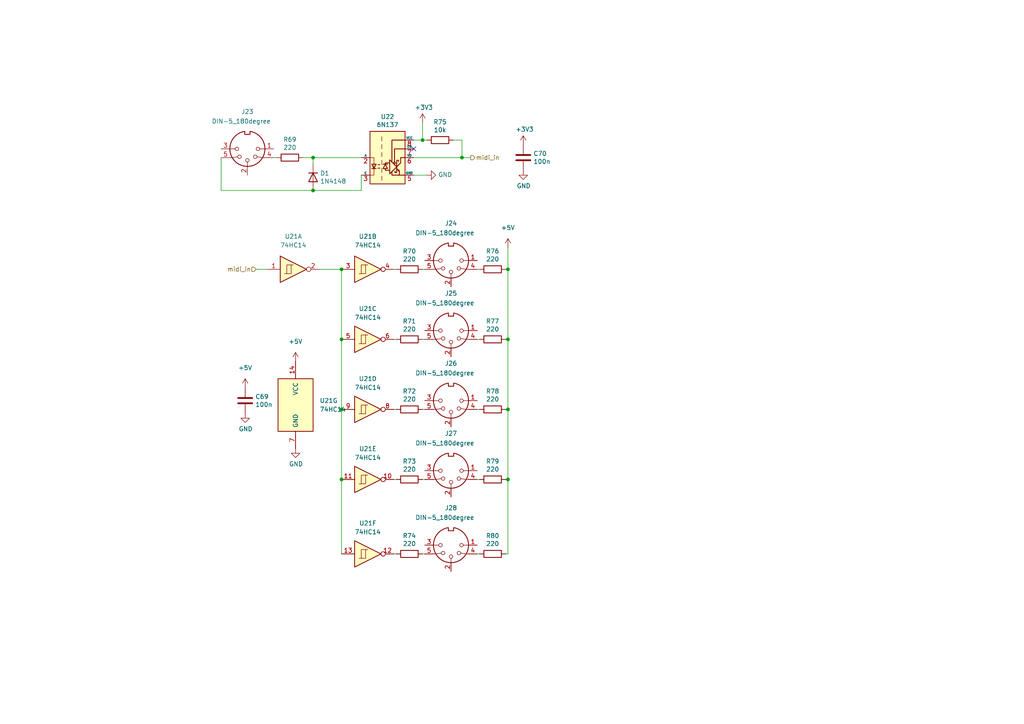
<source format=kicad_sch>
(kicad_sch (version 20211123) (generator eeschema)
  (paper "A4")
  (lib_symbols
    (symbol "74xx:74HC14" (pin_names (offset 1.016))
      (property "Reference" "U" (at 0 1.27 0))
      (property "Value" "74HC14" (at 0 -1.27 0))
      (symbol "74HC14_1_0"
        (polyline (pts (xy -3.81 3.81) (xy -3.81 -3.81) (xy 3.81 0) (xy -3.81 3.81)) (stroke (width 0.254)) (fill (type background)))
        (pin input line (at -7.62 0 0) (length 3.81) (name "~") (number "1"))
        (pin output inverted (at 7.62 0 180) (length 3.81) (name "~") (number "2"))
      )
      (symbol "74HC14_1_1"
        (polyline (pts (xy -1.905 -1.27) (xy -1.905 1.27) (xy -0.635 1.27)))
        (polyline (pts (xy -2.54 -1.27) (xy -0.635 -1.27) (xy -0.635 1.27) (xy 0 1.27)))
      )
      (symbol "74HC14_2_0"
        (polyline (pts (xy -3.81 3.81) (xy -3.81 -3.81) (xy 3.81 0) (xy -3.81 3.81)) (stroke (width 0.254)) (fill (type background)))
        (pin input line (at -7.62 0 0) (length 3.81) (name "~") (number "3"))
        (pin output inverted (at 7.62 0 180) (length 3.81) (name "~") (number "4"))
      )
      (symbol "74HC14_2_1"
        (polyline (pts (xy -1.905 -1.27) (xy -1.905 1.27) (xy -0.635 1.27)))
        (polyline (pts (xy -2.54 -1.27) (xy -0.635 -1.27) (xy -0.635 1.27) (xy 0 1.27)))
      )
      (symbol "74HC14_3_0"
        (polyline (pts (xy -3.81 3.81) (xy -3.81 -3.81) (xy 3.81 0) (xy -3.81 3.81)) (stroke (width 0.254)) (fill (type background)))
        (pin input line (at -7.62 0 0) (length 3.81) (name "~") (number "5"))
        (pin output inverted (at 7.62 0 180) (length 3.81) (name "~") (number "6"))
      )
      (symbol "74HC14_3_1"
        (polyline (pts (xy -1.905 -1.27) (xy -1.905 1.27) (xy -0.635 1.27)))
        (polyline (pts (xy -2.54 -1.27) (xy -0.635 -1.27) (xy -0.635 1.27) (xy 0 1.27)))
      )
      (symbol "74HC14_4_0"
        (polyline (pts (xy -3.81 3.81) (xy -3.81 -3.81) (xy 3.81 0) (xy -3.81 3.81)) (stroke (width 0.254)) (fill (type background)))
        (pin output inverted (at 7.62 0 180) (length 3.81) (name "~") (number "8"))
        (pin input line (at -7.62 0 0) (length 3.81) (name "~") (number "9"))
      )
      (symbol "74HC14_4_1"
        (polyline (pts (xy -1.905 -1.27) (xy -1.905 1.27) (xy -0.635 1.27)))
        (polyline (pts (xy -2.54 -1.27) (xy -0.635 -1.27) (xy -0.635 1.27) (xy 0 1.27)))
      )
      (symbol "74HC14_5_0"
        (polyline (pts (xy -3.81 3.81) (xy -3.81 -3.81) (xy 3.81 0) (xy -3.81 3.81)) (stroke (width 0.254)) (fill (type background)))
        (pin output inverted (at 7.62 0 180) (length 3.81) (name "~") (number "10"))
        (pin input line (at -7.62 0 0) (length 3.81) (name "~") (number "11"))
      )
      (symbol "74HC14_5_1"
        (polyline (pts (xy -1.905 -1.27) (xy -1.905 1.27) (xy -0.635 1.27)))
        (polyline (pts (xy -2.54 -1.27) (xy -0.635 -1.27) (xy -0.635 1.27) (xy 0 1.27)))
      )
      (symbol "74HC14_6_0"
        (polyline (pts (xy -3.81 3.81) (xy -3.81 -3.81) (xy 3.81 0) (xy -3.81 3.81)) (stroke (width 0.254)) (fill (type background)))
        (pin output inverted (at 7.62 0 180) (length 3.81) (name "~") (number "12"))
        (pin input line (at -7.62 0 0) (length 3.81) (name "~") (number "13"))
      )
      (symbol "74HC14_6_1"
        (polyline (pts (xy -1.905 -1.27) (xy -1.905 1.27) (xy -0.635 1.27)))
        (polyline (pts (xy -2.54 -1.27) (xy -0.635 -1.27) (xy -0.635 1.27) (xy 0 1.27)))
      )
      (symbol "74HC14_7_0"
        (pin power_in line (at 0 12.7 270) (length 5.08) (name "VCC") (number "14"))
        (pin power_in line (at 0 -12.7 90) (length 5.08) (name "GND") (number "7"))
      )
      (symbol "74HC14_7_1"
        (rectangle (start -5.08 7.62) (end 5.08 -7.62) (stroke (width 0.254)) (fill (type background)))
      )
    )
    (symbol "Connector:DIN-5_180degree" (pin_names (offset 1.016))
      (property "Reference" "J" (at 3.175 5.715 0))
      (property "Value" "DIN-5_180degree" (at 0 -6.35 0))
      (symbol "DIN-5_180degree_0_1"
        (arc (start -5.08 0) (mid -3.8609 -3.3364) (end -0.762 -5.08) (stroke (width 0.254)))
        (circle (center -3.048 0) (radius 0.508))
        (circle (center -2.286 2.286) (radius 0.508))
        (polyline (pts (xy -5.08 0) (xy -3.556 0)))
        (polyline (pts (xy 0 5.08) (xy 0 3.81)))
        (polyline (pts (xy 5.08 0) (xy 3.556 0)))
        (polyline (pts (xy -5.08 2.54) (xy -4.318 2.54) (xy -2.794 2.286)))
        (polyline (pts (xy 5.08 2.54) (xy 4.318 2.54) (xy 2.794 2.286)))
        (polyline (pts (xy -0.762 -4.953) (xy -0.762 -4.191) (xy 0.762 -4.191) (xy 0.762 -4.953)) (stroke (width 0.254)))
        (circle (center 0 3.302) (radius 0.508))
        (arc (start 0.762 -5.08) (mid 3.8685 -3.343) (end 5.08 0) (stroke (width 0.254)))
        (circle (center 2.286 2.286) (radius 0.508))
        (circle (center 3.048 0) (radius 0.508))
        (arc (start 5.08 0) (mid 0 5.08) (end -5.08 0) (stroke (width 0.254)))
      )
      (symbol "DIN-5_180degree_1_1"
        (pin passive line (at -7.62 0 0) (length 2.54) (name "~") (number "1"))
        (pin passive line (at 0 7.62 270) (length 2.54) (name "~") (number "2"))
        (pin passive line (at 7.62 0 180) (length 2.54) (name "~") (number "3"))
        (pin passive line (at -7.62 2.54 0) (length 2.54) (name "~") (number "4"))
        (pin passive line (at 7.62 2.54 180) (length 2.54) (name "~") (number "5"))
      )
    )
    (symbol "Device:C" (pin_numbers hide) (pin_names (offset 0.254))
      (property "Reference" "C" (at 0.635 2.54 0))
      (property "Value" "C" (at 0.635 -2.54 0))
      (symbol "C_0_1"
        (polyline (pts (xy -2.032 -0.762) (xy 2.032 -0.762)) (stroke (width 0.508)))
        (polyline (pts (xy -2.032 0.762) (xy 2.032 0.762)) (stroke (width 0.508)))
      )
      (symbol "C_1_1"
        (pin passive line (at 0 3.81 270) (length 2.794) (name "~") (number "1"))
        (pin passive line (at 0 -3.81 90) (length 2.794) (name "~") (number "2"))
      )
    )
    (symbol "Device:R" (pin_numbers hide) (pin_names (offset 0))
      (property "Reference" "R" (at 2.032 0 90))
      (property "Value" "R" (at 0 0 90))
      (symbol "R_0_1"
        (rectangle (start -1.016 -2.54) (end 1.016 2.54) (stroke (width 0.254)))
      )
      (symbol "R_1_1"
        (pin passive line (at 0 3.81 270) (length 1.27) (name "~") (number "1"))
        (pin passive line (at 0 -3.81 90) (length 1.27) (name "~") (number "2"))
      )
    )
    (symbol "Diode:1N4148" (pin_numbers hide) (pin_names (offset 1.016) hide)
      (property "Reference" "D" (at 0 2.54 0))
      (property "Value" "1N4148" (at 0 -2.54 0))
      (symbol "1N4148_0_1"
        (polyline (pts (xy -1.27 1.27) (xy -1.27 -1.27)) (stroke (width 0.254)))
        (polyline (pts (xy 1.27 0) (xy -1.27 0)))
        (polyline (pts (xy 1.27 1.27) (xy 1.27 -1.27) (xy -1.27 0) (xy 1.27 1.27)) (stroke (width 0.254)))
      )
      (symbol "1N4148_1_1"
        (pin passive line (at -3.81 0 0) (length 2.54) (name "K") (number "1"))
        (pin passive line (at 3.81 0 180) (length 2.54) (name "A") (number "2"))
      )
    )
    (symbol "Isolator:6N137" (pin_names (offset 0))
      (property "Reference" "U" (at -4.064 8.89 0))
      (property "Value" "6N137" (at 0 -8.89 0))
      (symbol "6N137_0_1"
        (polyline (pts (xy 2.667 -3.556) (xy 2.667 -1.651)) (stroke (width 0.254)))
        (polyline (pts (xy 2.667 -2.159) (xy 2.667 -2.921)) (stroke (width 0.254)))
        (polyline (pts (xy 3.429 -3.937) (xy 3.429 -5.08)) (stroke (width 0.254)))
        (polyline (pts (xy -0.635 -3.302) (xy -0.635 -3.683) (xy 0.635 -3.683)) (stroke (width 0.254)))
        (polyline (pts (xy -0.635 -1.905) (xy -0.635 -1.524) (xy 0.508 -1.524)) (stroke (width 0.254)))
        (polyline (pts (xy 1.27 -4.064) (xy 1.27 -5.08) (xy 5.08 -5.08)) (stroke (width 0.254)))
        (polyline (pts (xy 1.27 -1.27) (xy 1.27 5.08) (xy 5.08 5.08)) (stroke (width 0.254)))
        (polyline (pts (xy 2.032 -1.27) (xy 2.032 2.54) (xy 5.08 2.54)) (stroke (width 0.254)))
        (polyline (pts (xy -5.08 -5.08) (xy -3.937 -5.08) (xy -3.937 0) (xy -5.08 0)))
        (polyline (pts (xy 2.667 -3.302) (xy 2.667 -4.318) (xy 2.159 -4.318) (xy 2.159 -3.937)) (stroke (width 0.254)))
        (polyline (pts (xy 2.667 -2.667) (xy 0.635 -4.699) (xy 0.635 -0.635) (xy 2.667 -2.667)) (stroke (width 0.254)))
        (polyline (pts (xy 2.667 -1.778) (xy 2.667 -0.762) (xy 3.175 -0.762) (xy 3.175 -1.143)) (stroke (width 0.254)))
        (polyline (pts (xy 2.794 -2.54) (xy 3.81 -1.524) (xy 3.81 0) (xy 5.08 0)) (stroke (width 0.254)))
        (polyline (pts (xy 2.667 -3.175) (xy 3.429 -3.937) (xy 3.302 -3.556) (xy 3.048 -3.81) (xy 3.429 -3.937)) (stroke (width 0.254)))
        (circle (center 2.032 -1.524) (radius 0.254) (stroke (width 0.254)))
      )
      (symbol "6N137_1_1"
        (rectangle (start -5.08 7.62) (end 5.08 -7.62) (stroke (width 0.254)) (fill (type background)))
        (polyline (pts (xy -4.572 -3.175) (xy -3.302 -3.175)) (stroke (width 0.254)))
        (polyline (pts (xy -1.651 -5.334) (xy -1.651 -6.604)))
        (polyline (pts (xy -1.651 -3.048) (xy -1.651 -4.318)))
        (polyline (pts (xy -1.651 -0.762) (xy -1.651 -2.032)))
        (polyline (pts (xy -1.651 1.524) (xy -1.651 0.254)))
        (polyline (pts (xy -1.651 3.81) (xy -1.651 2.54)))
        (polyline (pts (xy -1.651 6.096) (xy -1.651 4.826)))
        (polyline (pts (xy -1.27 -1.905) (xy 0 -1.905)) (stroke (width 0.254)))
        (polyline (pts (xy -3.937 -3.175) (xy -4.572 -1.905) (xy -3.302 -1.905) (xy -3.937 -3.175)) (stroke (width 0.254)))
        (polyline (pts (xy -0.635 -1.905) (xy -1.27 -3.175) (xy 0 -3.175) (xy -0.635 -1.905)) (stroke (width 0.254)))
        (polyline (pts (xy -2.921 -3.048) (xy -2.159 -3.048) (xy -2.54 -3.175) (xy -2.54 -2.921) (xy -2.159 -3.048)) (stroke (width 0.127)))
        (polyline (pts (xy -2.921 -2.032) (xy -2.159 -2.032) (xy -2.54 -2.159) (xy -2.54 -1.905) (xy -2.159 -2.032)) (stroke (width 0.127)))
        (pin no_connect line (at -5.08 5.08 0) (length 2.54) hide (name "NC") (number "1"))
        (pin passive line (at -7.62 0 0) (length 2.54) (name "A") (number "2"))
        (pin passive line (at -7.62 -5.08 0) (length 2.54) (name "C") (number "3"))
        (pin power_in line (at 7.62 -5.08 180) (length 2.54) (name "GND") (number "5"))
        (pin open_collector line (at 7.62 0 180) (length 2.54) (name "VO") (number "6"))
        (pin input line (at 7.62 2.54 180) (length 2.54) (name "EN") (number "7"))
        (pin power_in line (at 7.62 5.08 180) (length 2.54) (name "VCC") (number "8"))
      )
    )
    (symbol "power:+3.3V" (power) (pin_names (offset 0))
      (property "Value" "+3.3V" (at 0 3.556 0))
      (symbol "+3.3V_0_1"
        (polyline (pts (xy -0.762 1.27) (xy 0 2.54)))
        (polyline (pts (xy 0 0) (xy 0 2.54)))
        (polyline (pts (xy 0 2.54) (xy 0.762 1.27)))
      )
      (symbol "+3.3V_1_1"
        (pin power_in line (at 0 0 90) (length 0) hide (name "+3V3") (number "1"))
      )
    )
    (symbol "power:+5V" (power) (pin_names (offset 0))
      (property "Value" "+5V" (at 0 3.556 0))
      (symbol "+5V_0_1"
        (polyline (pts (xy -0.762 1.27) (xy 0 2.54)))
        (polyline (pts (xy 0 0) (xy 0 2.54)))
        (polyline (pts (xy 0 2.54) (xy 0.762 1.27)))
      )
      (symbol "+5V_1_1"
        (pin power_in line (at 0 0 90) (length 0) hide (name "+5V") (number "1"))
      )
    )
    (symbol "power:GND" (power) (pin_names (offset 0))
      (property "Value" "GND" (at 0 -3.81 0))
      (symbol "GND_0_1"
        (polyline (pts (xy 0 0) (xy 0 -1.27) (xy 1.27 -1.27) (xy 0 -2.54) (xy -1.27 -1.27) (xy 0 -1.27)))
      )
      (symbol "GND_1_1"
        (pin power_in line (at 0 0 270) (length 0) hide (name "GND") (number "1"))
      )
    )
  )
  (junction (at 99.06 98.425))
  (junction (at 147.32 118.745))
  (junction (at 99.06 78.105))
  (junction (at 122.555 40.64))
  (junction (at 133.985 45.72))
  (junction (at 147.32 98.425))
  (junction (at 99.06 139.065))
  (junction (at 99.06 118.745))
  (junction (at 147.32 139.065))
  (junction (at 147.32 78.105))
  (junction (at 90.805 45.72))
  (junction (at 90.805 55.245))
  (no_connect (at 120.015 43.18))
  (wire (pts (xy 122.555 40.64) (xy 123.825 40.64)))
  (wire (pts (xy 120.015 45.72) (xy 133.985 45.72)))
  (wire (pts (xy 92.71 78.105) (xy 99.06 78.105)))
  (wire (pts (xy 133.985 45.72) (xy 136.525 45.72)))
  (wire (pts (xy 90.805 55.245) (xy 64.135 55.245)))
  (wire (pts (xy 131.445 40.64) (xy 133.985 40.64)))
  (wire (pts (xy 99.06 139.065) (xy 99.06 160.655)))
  (wire (pts (xy 122.555 98.425) (xy 123.19 98.425)))
  (wire (pts (xy 120.015 40.64) (xy 122.555 40.64)))
  (wire (pts (xy 99.06 78.105) (xy 99.06 98.425)))
  (wire (pts (xy 122.555 118.745) (xy 123.19 118.745)))
  (wire (pts (xy 146.685 98.425) (xy 147.32 98.425)))
  (wire (pts (xy 99.06 118.745) (xy 99.06 139.065)))
  (wire (pts (xy 90.805 47.625) (xy 90.805 45.72)))
  (wire (pts (xy 133.985 40.64) (xy 133.985 45.72)))
  (wire (pts (xy 104.775 50.8) (xy 104.775 55.245)))
  (wire (pts (xy 64.135 45.72) (xy 64.135 55.245)))
  (wire (pts (xy 122.555 139.065) (xy 123.19 139.065)))
  (wire (pts (xy 138.43 160.655) (xy 139.065 160.655)))
  (wire (pts (xy 79.375 45.72) (xy 80.264 45.72)))
  (wire (pts (xy 114.3 139.065) (xy 114.935 139.065)))
  (wire (pts (xy 122.555 35.56) (xy 122.555 40.64)))
  (wire (pts (xy 146.685 160.655) (xy 147.32 160.655)))
  (wire (pts (xy 147.32 139.065) (xy 147.32 160.655)))
  (wire (pts (xy 146.685 118.745) (xy 147.32 118.745)))
  (wire (pts (xy 114.3 98.425) (xy 114.935 98.425)))
  (wire (pts (xy 74.295 78.105) (xy 77.47 78.105)))
  (wire (pts (xy 147.32 98.425) (xy 147.32 118.745)))
  (wire (pts (xy 146.685 78.105) (xy 147.32 78.105)))
  (wire (pts (xy 87.884 45.72) (xy 90.805 45.72)))
  (wire (pts (xy 138.43 118.745) (xy 139.065 118.745)))
  (wire (pts (xy 120.015 50.8) (xy 123.825 50.8)))
  (wire (pts (xy 146.685 139.065) (xy 147.32 139.065)))
  (wire (pts (xy 138.43 98.425) (xy 139.065 98.425)))
  (wire (pts (xy 122.555 78.105) (xy 123.19 78.105)))
  (wire (pts (xy 138.43 78.105) (xy 139.065 78.105)))
  (wire (pts (xy 90.805 45.72) (xy 104.775 45.72)))
  (wire (pts (xy 90.805 55.245) (xy 104.775 55.245)))
  (wire (pts (xy 99.06 98.425) (xy 99.06 118.745)))
  (wire (pts (xy 122.555 160.655) (xy 123.19 160.655)))
  (wire (pts (xy 147.32 118.745) (xy 147.32 139.065)))
  (wire (pts (xy 147.32 78.105) (xy 147.32 98.425)))
  (wire (pts (xy 114.3 160.655) (xy 114.935 160.655)))
  (wire (pts (xy 114.3 78.105) (xy 114.935 78.105)))
  (wire (pts (xy 147.32 71.755) (xy 147.32 78.105)))
  (wire (pts (xy 114.3 118.745) (xy 114.935 118.745)))
  (wire (pts (xy 138.43 139.065) (xy 139.065 139.065)))
  (hierarchical_label "midi_in" (shape input) (at 74.295 78.105 180))
  (hierarchical_label "midi_in" (shape output) (at 136.525 45.72 0))
  (symbol (lib_id "74xx:74HC14") (at 106.68 78.105 0) (unit 2)
    (property "Reference" "U21" (at 106.68 68.58 0))
    (property "Value" "74HC14" (at 106.68 71.12 0))
    (property "Footprint" "Package_SO:SOIC-14_3.9x8.7mm_P1.27mm" (effects hide))
    (property "Datasheet" "http://www.ti.com/lit/gpn/sn74HC14" (effects hide))
  )
  (symbol (lib_id "Device:R") (at 142.875 139.065 270) (unit 1)
    (property "Reference" "R79" (at 142.875 133.8072 90))
    (property "Value" "220" (at 142.875 136.1186 90))
    (property "Footprint" "Resistor_SMD:R_0603_1608Metric" (effects hide))
    (property "LCSC" "C25804" (effects hide))
  )
  (symbol (lib_id "Isolator:6N137") (at 112.395 45.72 0) (unit 1)
    (property "Reference" "U22" (at 112.395 33.8582 0))
    (property "Value" "6N137" (at 112.395 36.1696 0))
    (property "Footprint" "Package_DIP:SMDIP-8_W9.53mm" (effects hide))
    (property "Datasheet" "https://docs.broadcom.com/docs/AV02-0940EN" (effects hide))
    (property "LCSC" "C110020" (effects hide))
  )
  (symbol (lib_id "power:+5V") (at 71.12 112.395 0) (unit 1)
    (property "Reference" "#PWR0151" (effects hide))
    (property "Value" "+5V" (at 71.12 106.68 0))
  )
  (symbol (lib_id "Device:R") (at 118.745 98.425 270) (unit 1)
    (property "Reference" "R71" (at 118.745 93.1672 90))
    (property "Value" "220" (at 118.745 95.4786 90))
    (property "Footprint" "Resistor_SMD:R_0603_1608Metric" (effects hide))
    (property "LCSC" "C25804" (effects hide))
  )
  (symbol (lib_id "74xx:74HC14") (at 106.68 139.065 0) (unit 5)
    (property "Reference" "U21" (at 106.68 130.175 0))
    (property "Value" "74HC14" (at 106.68 132.715 0))
    (property "Footprint" "Package_SO:SOIC-14_3.9x8.7mm_P1.27mm" (effects hide))
    (property "Datasheet" "http://www.ti.com/lit/gpn/sn74HC14" (effects hide))
  )
  (symbol (lib_id "Device:R") (at 142.875 78.105 270) (unit 1)
    (property "Reference" "R76" (at 142.875 72.8472 90))
    (property "Value" "220" (at 142.875 75.1586 90))
    (property "Footprint" "Resistor_SMD:R_0603_1608Metric" (effects hide))
    (property "LCSC" "C25804" (effects hide))
  )
  (symbol (lib_id "Connector:DIN-5_180degree") (at 130.81 136.525 180) (unit 1)
    (property "Reference" "J27" (at 130.8099 125.73 0))
    (property "Value" "DIN-5_180degree" (at 129.0319 128.524 0))
    (property "Footprint" "SD-50BV:CUI_SD-50BV" (effects hide))
    (property "Datasheet" "http://www.mouser.com/ds/2/18/40_c091_abd_e-75918.pdf" (effects hide))
  )
  (symbol (lib_id "74xx:74HC14") (at 106.68 160.655 0) (unit 6)
    (property "Reference" "U21" (at 106.68 151.765 0))
    (property "Value" "74HC14" (at 106.68 154.305 0))
    (property "Footprint" "Package_SO:SOIC-14_3.9x8.7mm_P1.27mm" (effects hide))
    (property "Datasheet" "http://www.ti.com/lit/gpn/sn74HC14" (effects hide))
  )
  (symbol (lib_id "Device:C") (at 151.765 45.72 0) (unit 1)
    (property "Reference" "C70" (at 154.686 44.5516 0) (effects (justify left)))
    (property "Value" "100n" (at 154.686 46.863 0) (effects (justify left)))
    (property "Footprint" "Capacitor_SMD:C_0603_1608Metric" (effects hide))
    (property "LCSC" "C14663" (effects hide))
  )
  (symbol (lib_id "74xx:74HC14") (at 85.09 78.105 0) (unit 1)
    (property "Reference" "U21" (at 85.09 68.58 0))
    (property "Value" "74HC14" (at 85.09 71.12 0))
    (property "Footprint" "Package_SO:SOIC-14_3.9x8.7mm_P1.27mm" (effects hide))
    (property "Datasheet" "http://www.ti.com/lit/gpn/sn74HC14" (effects hide))
  )
  (symbol (lib_id "74xx:74HC14") (at 106.68 98.425 0) (unit 3)
    (property "Reference" "U21" (at 106.68 89.535 0))
    (property "Value" "74HC14" (at 106.68 92.075 0))
    (property "Footprint" "Package_SO:SOIC-14_3.9x8.7mm_P1.27mm" (effects hide))
    (property "Datasheet" "http://www.ti.com/lit/gpn/sn74HC14" (effects hide))
  )
  (symbol (lib_id "power:GND") (at 85.725 130.175 0) (unit 1)
    (property "Reference" "#PWR0154" (effects hide))
    (property "Value" "GND" (at 85.852 134.5692 0))
  )
  (symbol (lib_id "power:GND") (at 151.765 49.53 0) (unit 1)
    (property "Reference" "#PWR0159" (effects hide))
    (property "Value" "GND" (at 151.892 53.9242 0))
  )
  (symbol (lib_id "power:+5V") (at 147.32 71.755 0) (unit 1)
    (property "Reference" "#PWR0157" (effects hide))
    (property "Value" "+5V" (at 147.32 66.04 0))
  )
  (symbol (lib_id "Device:R") (at 127.635 40.64 270) (unit 1)
    (property "Reference" "R75" (at 127.635 35.3822 90))
    (property "Value" "10k" (at 127.635 37.6936 90))
    (property "Footprint" "Resistor_SMD:R_0603_1608Metric" (effects hide))
    (property "LCSC" "C25804" (effects hide))
  )
  (symbol (lib_id "Device:R") (at 118.745 139.065 270) (unit 1)
    (property "Reference" "R73" (at 118.745 133.8072 90))
    (property "Value" "220" (at 118.745 136.1186 90))
    (property "Footprint" "Resistor_SMD:R_0603_1608Metric" (effects hide))
    (property "LCSC" "C25804" (effects hide))
  )
  (symbol (lib_id "Device:R") (at 84.074 45.72 270) (unit 1)
    (property "Reference" "R69" (at 84.074 40.4622 90))
    (property "Value" "220" (at 84.074 42.7736 90))
    (property "Footprint" "Resistor_SMD:R_0603_1608Metric" (effects hide))
    (property "LCSC" "C22962" (effects hide))
  )
  (symbol (lib_id "Connector:DIN-5_180degree") (at 130.81 95.885 180) (unit 1)
    (property "Reference" "J25" (at 130.8099 85.09 0))
    (property "Value" "DIN-5_180degree" (at 129.0319 87.884 0))
    (property "Footprint" "SD-50BV:CUI_SD-50BV" (effects hide))
    (property "Datasheet" "http://www.mouser.com/ds/2/18/40_c091_abd_e-75918.pdf" (effects hide))
  )
  (symbol (lib_id "Device:R") (at 118.745 78.105 270) (unit 1)
    (property "Reference" "R70" (at 118.745 72.8472 90))
    (property "Value" "220" (at 118.745 75.1586 90))
    (property "Footprint" "Resistor_SMD:R_0603_1608Metric" (effects hide))
    (property "LCSC" "C25804" (effects hide))
  )
  (symbol (lib_id "Connector:DIN-5_180degree") (at 130.81 158.115 180) (unit 1)
    (property "Reference" "J28" (at 130.8099 147.32 0))
    (property "Value" "DIN-5_180degree" (at 129.0319 150.114 0))
    (property "Footprint" "SD-50BV:CUI_SD-50BV" (effects hide))
    (property "Datasheet" "http://www.mouser.com/ds/2/18/40_c091_abd_e-75918.pdf" (effects hide))
  )
  (symbol (lib_id "Connector:DIN-5_180degree") (at 71.755 43.18 180) (unit 1)
    (property "Reference" "J23" (at 71.7549 32.385 0))
    (property "Value" "DIN-5_180degree" (at 69.9769 35.179 0))
    (property "Footprint" "SD-50BV:CUI_SD-50BV" (effects hide))
    (property "Datasheet" "http://www.mouser.com/ds/2/18/40_c091_abd_e-75918.pdf" (effects hide))
  )
  (symbol (lib_id "74xx:74HC14") (at 85.725 117.475 0) (unit 7)
    (property "Reference" "U21" (at 92.71 116.2049 0) (effects (justify left)))
    (property "Value" "74HC14" (at 92.71 118.7449 0) (effects (justify left)))
    (property "Footprint" "Package_SO:SOIC-14_3.9x8.7mm_P1.27mm" (effects hide))
    (property "Datasheet" "http://www.ti.com/lit/gpn/sn74HC14" (effects hide))
  )
  (symbol (lib_id "Connector:DIN-5_180degree") (at 130.81 116.205 180) (unit 1)
    (property "Reference" "J26" (at 130.8099 105.41 0))
    (property "Value" "DIN-5_180degree" (at 129.0319 108.204 0))
    (property "Footprint" "SD-50BV:CUI_SD-50BV" (effects hide))
    (property "Datasheet" "http://www.mouser.com/ds/2/18/40_c091_abd_e-75918.pdf" (effects hide))
  )
  (symbol (lib_id "74xx:74HC14") (at 106.68 118.745 0) (unit 4)
    (property "Reference" "U21" (at 106.68 109.855 0))
    (property "Value" "74HC14" (at 106.68 112.395 0))
    (property "Footprint" "Package_SO:SOIC-14_3.9x8.7mm_P1.27mm" (effects hide))
    (property "Datasheet" "http://www.ti.com/lit/gpn/sn74HC14" (effects hide))
  )
  (symbol (lib_id "Device:R") (at 142.875 160.655 270) (unit 1)
    (property "Reference" "R80" (at 142.875 155.3972 90))
    (property "Value" "220" (at 142.875 157.7086 90))
    (property "Footprint" "Resistor_SMD:R_0603_1608Metric" (effects hide))
    (property "LCSC" "C25804" (effects hide))
  )
  (symbol (lib_id "Device:R") (at 142.875 98.425 270) (unit 1)
    (property "Reference" "R77" (at 142.875 93.1672 90))
    (property "Value" "220" (at 142.875 95.4786 90))
    (property "Footprint" "Resistor_SMD:R_0603_1608Metric" (effects hide))
    (property "LCSC" "C25804" (effects hide))
  )
  (symbol (lib_id "power:+5V") (at 85.725 104.775 0) (unit 1)
    (property "Reference" "#PWR0153" (effects hide))
    (property "Value" "+5V" (at 85.725 99.06 0))
  )
  (symbol (lib_id "power:GND") (at 71.12 120.015 0) (unit 1)
    (property "Reference" "#PWR0152" (effects hide))
    (property "Value" "GND" (at 71.247 124.4092 0))
  )
  (symbol (lib_id "Device:C") (at 71.12 116.205 0) (unit 1)
    (property "Reference" "C69" (at 74.041 115.0366 0) (effects (justify left)))
    (property "Value" "100n" (at 74.041 117.348 0) (effects (justify left)))
    (property "Footprint" "Capacitor_SMD:C_0603_1608Metric" (effects hide))
    (property "LCSC" "C14663" (effects hide))
  )
  (symbol (lib_id "Device:R") (at 118.745 160.655 270) (unit 1)
    (property "Reference" "R74" (at 118.745 155.3972 90))
    (property "Value" "220" (at 118.745 157.7086 90))
    (property "Footprint" "Resistor_SMD:R_0603_1608Metric" (effects hide))
    (property "LCSC" "C25804" (effects hide))
  )
  (symbol (lib_id "Diode:1N4148") (at 90.805 51.435 270) (unit 1)
    (property "Reference" "D1" (at 92.837 50.2666 90) (effects (justify left)))
    (property "Value" "1N4148" (at 92.837 52.578 90) (effects (justify left)))
    (property "Footprint" "Diode_SMD:D_SOD-123" (effects hide))
    (property "Datasheet" "https://assets.nexperia.com/documents/data-sheet/1N4148_1N4448.pdf" (effects hide))
    (property "LCSC" "C81598" (effects hide))
  )
  (symbol (lib_id "power:GND") (at 123.825 50.8 90) (unit 1)
    (property "Reference" "#PWR0156" (effects hide))
    (property "Value" "GND" (at 127.0762 50.673 90) (effects (justify right)))
  )
  (symbol (lib_id "Device:R") (at 118.745 118.745 270) (unit 1)
    (property "Reference" "R72" (at 118.745 113.4872 90))
    (property "Value" "220" (at 118.745 115.7986 90))
    (property "Footprint" "Resistor_SMD:R_0603_1608Metric" (effects hide))
    (property "LCSC" "C25804" (effects hide))
  )
  (symbol (lib_id "Device:R") (at 142.875 118.745 270) (unit 1)
    (property "Reference" "R78" (at 142.875 113.4872 90))
    (property "Value" "220" (at 142.875 115.7986 90))
    (property "Footprint" "Resistor_SMD:R_0603_1608Metric" (effects hide))
    (property "LCSC" "C25804" (effects hide))
  )
  (symbol (lib_id "power:+3.3V") (at 151.765 41.91 0) (unit 1)
    (property "Reference" "#PWR0158" (effects hide))
    (property "Value" "+3.3V" (at 152.146 37.5158 0))
  )
  (symbol (lib_id "power:+3.3V") (at 122.555 35.56 0) (unit 1)
    (property "Reference" "#PWR0155" (effects hide))
    (property "Value" "+3.3V" (at 122.936 31.1658 0))
  )
  (symbol (lib_id "Connector:DIN-5_180degree") (at 130.81 75.565 180) (unit 1)
    (property "Reference" "J24" (at 130.8099 64.77 0))
    (property "Value" "DIN-5_180degree" (at 129.0319 67.564 0))
    (property "Footprint" "SD-50BV:CUI_SD-50BV" (effects hide))
    (property "Datasheet" "http://www.mouser.com/ds/2/18/40_c091_abd_e-75918.pdf" (effects hide))
  )
)
</source>
